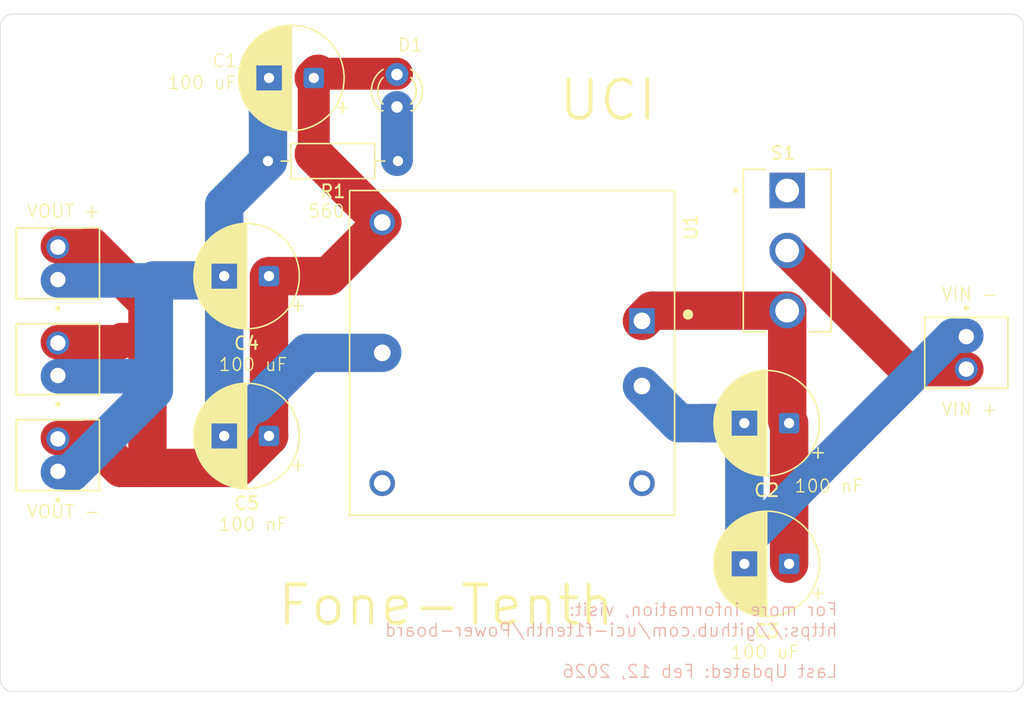
<source format=kicad_pcb>
(kicad_pcb (version 20241229) (generator "pcbnew") (generator_version "9.0")
  (layers (0 "F.Cu" signal) (2 "B.Cu" signal) (13 "F.Paste" user) (15 "B.Paste" user) (5 "F.SilkS" user "F.Silkscreen") (7 "B.SilkS" user "B.Silkscreen") (1 "F.Mask" user) (3 "B.Mask" user) (25 "Edge.Cuts" user))
  (net 0 "")
  (net 1 "Net-(D1-A)")
  (net 2 "Net-(U1-COMMON)")
  (net 3 "Net-(U1--VIN)")
  (net 4 "Net-(U1-+VIN)")
  (net 5 "Net-(D1-K)")
  (net 6 "Net-(J1-Pad2)")
  (footprint "Library3:TE_282834-2" (layer "F.Cu") (at 180.5 99.5 -90)
    (property "Reference" "J1" (hide yes))
    (property "Value" "282834-2")
    (pad "1" thru_hole rect (at -1.27 0 270) (size 1.8 1.8) (drill 1.2) (layers "*.Cu" "*.Mask") (net 3 "Net-(U1--VIN)"))
    (pad "2" thru_hole circle (at 1.27 0 270) (size 1.8 1.8) (drill 1.2) (layers "*.Cu" "*.Mask") (net 6 "Net-(J1-Pad2)"))
  )
  (footprint "Library3:TE_282834-2" (layer "F.Cu") (at 109.5 92.5 90)
    (property "Reference" "J2" (hide yes))
    (property "Value" "282834-2")
    (pad "1" thru_hole rect (at -1.27 0 90) (size 1.8 1.8) (drill 1.2) (layers "*.Cu" "*.Mask") (net 2 "Net-(U1-COMMON)"))
    (pad "2" thru_hole circle (at 1.27 0 90) (size 1.8 1.8) (drill 1.2) (layers "*.Cu" "*.Mask") (net 1 "Net-(D1-A)"))
  )
  (footprint "Capacitor_THT:CP_Radial_D8.0mm_P3.50mm" (layer "F.Cu") (at 166.652651 105 180)
    (property "Reference" "C2" (at 1.75 -5.25 0) (layer "F.SilkS"))
    (property "Value" "100 nF")
    (pad "1" thru_hole roundrect (at 0 0 180) (size 1.6 1.6) (drill 0.8) (layers "*.Cu" "*.Mask") (roundrect_rratio 0.15625) (net 4 "Net-(U1-+VIN)"))
    (pad "2" thru_hole circle (at 3.5 0 180) (size 1.6 1.6) (drill 0.8) (layers "*.Cu" "*.Mask") (net 3 "Net-(U1--VIN)"))
  )
  (footprint "Library:CONV_PDQ30-Q24-D12-D" (layer "F.Cu") (at 145 99.5 -90)
    (property "Reference" "U1" (at -9.8501 -13.97062 90) (layer "F.SilkS") (effects (font (size 1.002551 1.002551))))
    (property "Value" "PDQ30-Q24-D12-D")
    (pad "1" thru_hole rect (at -2.5 -10.15 270) (size 2 2) (drill 1.3) (layers "*.Cu" "*.Mask") (net 4 "Net-(U1-+VIN)"))
    (pad "2" thru_hole circle (at 2.6 -10.15 270) (size 2 2) (drill 1.3) (layers "*.Cu" "*.Mask") (net 3 "Net-(U1--VIN)"))
    (pad "3" thru_hole circle (at -10.2 10.15 270) (size 2 2) (drill 1.3) (layers "*.Cu" "*.Mask") (net 1 "Net-(D1-A)"))
    (pad "4" thru_hole circle (at 0 10.15 270) (size 2 2) (drill 1.3) (layers "*.Cu" "*.Mask") (net 2 "Net-(U1-COMMON)"))
    (pad "5" thru_hole circle (at 10.2 10.15 270) (size 2 2) (drill 1.3) (layers "*.Cu" "*.Mask"))
    (pad "6" thru_hole circle (at 10.2 -10.15 270) (size 2 2) (drill 1.3) (layers "*.Cu" "*.Mask"))
  )
  (footprint "Capacitor_THT:CP_Radial_D8.0mm_P3.50mm" (layer "F.Cu") (at 129.5 78 180)
    (property "Reference" "C1" (hide yes))
    (property "Value" "100 uF")
    (pad "1" thru_hole roundrect (at 0 0 180) (size 1.6 1.6) (drill 0.8) (layers "*.Cu" "*.Mask") (roundrect_rratio 0.15625) (net 1 "Net-(D1-A)"))
    (pad "2" thru_hole circle (at 3.5 0 180) (size 1.6 1.6) (drill 0.8) (layers "*.Cu" "*.Mask") (net 2 "Net-(U1-COMMON)"))
  )
  (footprint "MountingHole:MountingHole_5.5mm" (layer "F.Cu") (at 111.5 119.5)
    (property "Reference" "H4" (hide yes))
    (property "Value" "MountingHole")
    (pad "" np_thru_hole circle (at 0 0) (size 5.5 5.5) (drill 5.5) (layers "*.Cu" "*.Mask"))
  )
  (footprint "Library3:TE_282834-2" (layer "F.Cu") (at 109.5 100 90)
    (property "Reference" "J3" (hide yes))
    (property "Value" "282834-2")
    (pad "1" thru_hole rect (at -1.27 0 90) (size 1.8 1.8) (drill 1.2) (layers "*.Cu" "*.Mask") (net 2 "Net-(U1-COMMON)"))
    (pad "2" thru_hole circle (at 1.27 0 90) (size 1.8 1.8) (drill 1.2) (layers "*.Cu" "*.Mask") (net 1 "Net-(D1-A)"))
  )
  (footprint "MountingHole:MountingHole_5.5mm" (layer "F.Cu") (at 178.5 119.5)
    (property "Reference" "H1" (hide yes))
    (property "Value" "MountingHole")
    (pad "" np_thru_hole circle (at 0 0) (size 5.5 5.5) (drill 5.5) (layers "*.Cu" "*.Mask"))
  )
  (footprint "MountingHole:MountingHole_5.5mm" (layer "F.Cu") (at 111.5 79.5)
    (property "Reference" "H3" (hide yes))
    (property "Value" "MountingHole")
    (pad "" np_thru_hole circle (at 0 0) (size 5.5 5.5) (drill 5.5) (layers "*.Cu" "*.Mask"))
  )
  (footprint "Capacitor_THT:CP_Radial_D8.0mm_P3.50mm" (layer "F.Cu") (at 126 93.5 180)
    (property "Reference" "C4" (at 1.75 -5.25 0) (layer "F.SilkS"))
    (property "Value" "100 uF")
    (pad "1" thru_hole roundrect (at 0 0 180) (size 1.6 1.6) (drill 0.8) (layers "*.Cu" "*.Mask") (roundrect_rratio 0.15625) (net 1 "Net-(D1-A)"))
    (pad "2" thru_hole circle (at 3.5 0 180) (size 1.6 1.6) (drill 0.8) (layers "*.Cu" "*.Mask") (net 2 "Net-(U1-COMMON)"))
  )
  (footprint "LED_THT:LED_D3.0mm" (layer "F.Cu") (at 136 80.27 90)
    (property "Reference" "D1" (hide yes))
    (property "Value" "LED")
    (pad "1" thru_hole rect (at 0 0 90) (size 1.8 1.8) (drill 0.9) (layers "*.Cu" "*.Mask") (net 5 "Net-(D1-K)"))
    (pad "2" thru_hole circle (at 2.54 0 90) (size 1.8 1.8) (drill 0.9) (layers "*.Cu" "*.Mask") (net 1 "Net-(D1-A)"))
  )
  (footprint "MountingHole:MountingHole_5.5mm" (layer "F.Cu") (at 178.5 79.5)
    (property "Reference" "H2" (hide yes))
    (property "Value" "MountingHole")
    (pad "" np_thru_hole circle (at 0 0) (size 5.5 5.5) (drill 5.5) (layers "*.Cu" "*.Mask"))
  )
  (footprint "Resistor_THT:R_Axial_DIN0207_L6.3mm_D2.5mm_P10.16mm_Horizontal" (layer "F.Cu") (at 136.08 84.5 180)
    (property "Reference" "R1" (at 5.08 -2.37 0) (layer "F.SilkS"))
    (property "Value" "560")
    (pad "1" thru_hole circle (at 0 0 180) (size 1.6 1.6) (drill 0.8) (layers "*.Cu" "*.Mask") (net 5 "Net-(D1-K)"))
    (pad "2" thru_hole circle (at 10.16 0 180) (size 1.6 1.6) (drill 0.8) (layers "*.Cu" "*.Mask") (net 2 "Net-(U1-COMMON)"))
  )
  (footprint "Capacitor_THT:CP_Radial_D8.0mm_P3.50mm" (layer "F.Cu") (at 126 106 180)
    (property "Reference" "C5" (at 1.75 -5.25 0) (layer "F.SilkS"))
    (property "Value" "100 nF")
    (pad "1" thru_hole roundrect (at 0 0 180) (size 1.6 1.6) (drill 0.8) (layers "*.Cu" "*.Mask") (roundrect_rratio 0.15625) (net 1 "Net-(D1-A)"))
    (pad "2" thru_hole circle (at 3.5 0 180) (size 1.6 1.6) (drill 0.8) (layers "*.Cu" "*.Mask") (net 2 "Net-(U1-COMMON)"))
  )
  (footprint "Library2:SW_100SP1T1B4M2QE" (layer "F.Cu") (at 166.5 91.5)
    (property "Reference" "S1" (at -0.325 -7.635 0) (layer "F.SilkS"))
    (property "Value" "100SP1T1B4M2QE")
    (pad "1" thru_hole rect (at 0 -4.7) (size 2.775 2.775) (drill 1.85) (layers "*.Cu" "*.Mask"))
    (pad "2" thru_hole circle (at 0 0) (size 2.775 2.775) (drill 1.85) (layers "*.Cu" "*.Mask") (net 6 "Net-(J1-Pad2)"))
    (pad "3" thru_hole circle (at 0 4.7) (size 2.775 2.775) (drill 1.85) (layers "*.Cu" "*.Mask") (net 4 "Net-(U1-+VIN)"))
  )
  (footprint "Library3:TE_282834-2" (layer "F.Cu") (at 109.5 107.5 90)
    (property "Reference" "J4" (hide yes))
    (property "Value" "282834-2")
    (pad "1" thru_hole rect (at -1.27 0 90) (size 1.8 1.8) (drill 1.2) (layers "*.Cu" "*.Mask") (net 2 "Net-(U1-COMMON)"))
    (pad "2" thru_hole circle (at 1.27 0 90) (size 1.8 1.8) (drill 1.2) (layers "*.Cu" "*.Mask") (net 1 "Net-(D1-A)"))
  )
  (footprint "Capacitor_THT:CP_Radial_D8.0mm_P3.50mm" (layer "F.Cu") (at 166.652651 116 180)
    (property "Reference" "C3" (at 1.75 -5.25 0) (layer "F.SilkS"))
    (property "Value" "100 uF")
    (pad "1" thru_hole roundrect (at 0 0 180) (size 1.6 1.6) (drill 0.8) (layers "*.Cu" "*.Mask") (roundrect_rratio 0.15625) (net 4 "Net-(U1-+VIN)"))
    (pad "2" thru_hole circle (at 3.5 0 180) (size 1.6 1.6) (drill 0.8) (layers "*.Cu" "*.Mask") (net 3 "Net-(U1--VIN)"))
  )
  (gr_line (start 185 74) (end 185 125) (stroke (width 0.05)) (layer "Edge.Cuts"))
  (gr_arc (start 105 74) (mid 105.292893 73.292893) (end 106 73) (stroke (width 0.05)) (layer "Edge.Cuts"))
  (gr_line (start 105 125) (end 105 74) (stroke (width 0.05)) (layer "Edge.Cuts"))
  (gr_arc (start 185 125) (mid 184.707107 125.707107) (end 184 126) (stroke (width 0.05)) (layer "Edge.Cuts"))
  (gr_arc (start 106 126) (mid 105.292893 125.707107) (end 105 125) (stroke (width 0.05)) (layer "Edge.Cuts"))
  (gr_line (start 184 126) (end 106 126) (stroke (width 0.05)) (layer "Edge.Cuts"))
  (gr_line (start 106 73) (end 184 73) (stroke (width 0.05)) (layer "Edge.Cuts"))
  (gr_arc (start 184 73) (mid 184.707107 73.292893) (end 185 74) (stroke (width 0.05)) (layer "Edge.Cuts"))
  (gr_text "560" (at 129 89 0) (layer "F.SilkS") (effects (font (size 1 1) (thickness 0.1)) (justify left bottom)))
  (gr_text "D1" (at 136 76 0) (layer "F.SilkS") (effects (font (size 1 1) (thickness 0.1)) (justify left bottom)))
  (gr_text "VIN +" (at 178.5 104.5 0) (layer "F.SilkS") (effects (font (size 1 1) (thickness 0.1)) (justify left bottom)))
  (gr_text "C1" (at 121.5 77.232 0) (layer "F.SilkS") (effects (font (size 1 1) (thickness 0.1)) (justify left bottom)))
  (gr_text "100 nF" (at 122 113.5 0) (layer "F.SilkS") (effects (font (size 1 1) (thickness 0.1)) (justify left bottom)))
  (gr_text "VIN -" (at 178.5 95.5 0) (layer "F.SilkS") (effects (font (size 1 1) (thickness 0.1)) (justify left bottom)))
  (gr_text "100 nF" (at 167 110.5 0) (layer "F.SilkS") (effects (font (size 1 1) (thickness 0.1)) (justify left bottom)))
  (gr_text "VOUT +" (at 107 89 0) (layer "F.SilkS") (effects (font (size 1 1) (thickness 0.1)) (justify left bottom)))
  (gr_text "100 uF" (at 122 101 0) (layer "F.SilkS") (effects (font (size 1 1) (thickness 0.1)) (justify left bottom)))
  (gr_text "UCI " (at 148.5 81.5 0) (layer "F.SilkS") (effects (font (size 3 3) (thickness 0.3)) (justify left bottom)))
  (gr_text "Fone-Tenth" (at 126.5 121 0) (layer "F.SilkS") (effects (font (size 3 3) (thickness 0.3)) (justify left bottom)))
  (gr_text "VOUT -" (at 107 112.5 0) (layer "F.SilkS") (effects (font (size 1 1) (thickness 0.1)) (justify left bottom)))
  (gr_text "100 uF" (at 162 123.5 0) (layer "F.SilkS") (effects (font (size 1 1) (thickness 0.1)) (justify left bottom)))
  (gr_text "100 uF" (at 118 78.947 0) (layer "F.SilkS") (effects (font (size 1 1) (thickness 0.1)) (justify left bottom)))
  (gr_text "For more information, visit:\nhttps://github.com/uci-f1tenth/Power-board\n\nLast Updated: Feb 12, 2026" (at 170.5 125 0) (layer "B.SilkS") (effects (font (size 1 1) (thickness 0.1)) (justify left bottom mirror)))
  (segment (start 134.85 89.3) (end 129.5 83.95) (width 3) (layer "F.Cu") (net 1))
  (segment (start 116.5 108.501) (end 116.5 98.5) (width 3) (layer "F.Cu") (net 1))
  (segment (start 114.5 98.5) (end 114.331 98.669) (width 2.7) (layer "F.Cu") (net 1))
  (segment (start 126 93.5) (end 126 106) (width 3) (layer "F.Cu") (net 1))
  (segment (start 129.5 83.95) (end 129.5 78) (width 2.5) (layer "F.Cu") (net 1))
  (segment (start 126 106) (end 126 106.036949) (width 3) (layer "F.Cu") (net 1))
  (segment (start 116.5 95.568) (end 112.101 91.169) (width 3) (layer "F.Cu") (net 1))
  (segment (start 123.535949 108.501) (end 116.5 108.501) (width 3) (layer "F.Cu") (net 1))
  (segment (start 129.5 78) (end 129.831 77.669) (width 3) (layer "F.Cu") (net 1))
  (segment (start 129.831 77.669) (end 136 77.669) (width 2.5) (layer "F.Cu") (net 1))
  (segment (start 134.85 89.3) (end 130.65 93.5) (width 3) (layer "F.Cu") (net 1))
  (segment (start 112.101 106.169) (end 109.5 106.169) (width 2.7) (layer "F.Cu") (net 1))
  (segment (start 116.5 98.5) (end 116.5 95.568) (width 3) (layer "F.Cu") (net 1))
  (segment (start 112.101 91.169) (end 109.5 91.169) (width 2.7) (layer "F.Cu") (net 1))
  (segment (start 130.65 93.5) (end 126 93.5) (width 3) (layer "F.Cu") (net 1))
  (segment (start 114.331 98.669) (end 109.5 98.669) (width 2.7) (layer "F.Cu") (net 1))
  (segment (start 126 106.036949) (end 123.535949 108.501) (width 3) (layer "F.Cu") (net 1))
  (segment (start 114.433 108.501) (end 112.101 106.169) (width 3) (layer "F.Cu") (net 1))
  (segment (start 116.5 98.5) (end 114.5 98.5) (width 2.7) (layer "F.Cu") (net 1))
  (segment (start 116.5 108.501) (end 114.433 108.501) (width 3) (layer "F.Cu") (net 1))
  (segment (start 117 93.831) (end 109.5 93.831) (width 2.7) (layer "B.Cu") (net 2))
  (segment (start 125.001 103.499) (end 129 99.5) (width 3) (layer "B.Cu") (net 2))
  (segment (start 122.5 93.5) (end 122.5 106) (width 3) (layer "B.Cu") (net 2))
  (segment (start 123.499 104.634942) (end 124.634942 103.499) (width 3) (layer "B.Cu") (net 2))
  (segment (start 116.669 101.331) (end 109.5 101.331) (width 2.7) (layer "B.Cu") (net 2))
  (segment (start 122.5 106) (end 123.499 105.001) (width 3) (layer "B.Cu") (net 2))
  (segment (start 117 101) (end 117 102.40837) (width 3) (layer "B.Cu") (net 2))
  (segment (start 125.92 84.5) (end 125.92 78.08) (width 3) (layer "B.Cu") (net 2))
  (segment (start 122.169 93.831) (end 117 93.831) (width 3) (layer "B.Cu") (net 2))
  (segment (start 123.499 105.001) (end 123.499 104.634942) (width 3) (layer "B.Cu") (net 2))
  (segment (start 122.5 87.92) (end 122.5 93.5) (width 3) (layer "B.Cu") (net 2))
  (segment (start 117 102.40837) (end 110.57737 108.831) (width 3) (layer "B.Cu") (net 2))
  (segment (start 125.92 78.08) (end 126 78) (width 0.2) (layer "B.Cu") (net 2))
  (segment (start 129 99.5) (end 134.85 99.5) (width 3) (layer "B.Cu") (net 2))
  (segment (start 110.57737 108.831) (end 109.5 108.831) (width 2.7) (layer "B.Cu") (net 2))
  (segment (start 124.634942 103.499) (end 125.001 103.499) (width 3) (layer "B.Cu") (net 2))
  (segment (start 117 93.831) (end 117 101) (width 3) (layer "B.Cu") (net 2))
  (segment (start 122.5 93.5) (end 122.169 93.831) (width 3) (layer "B.Cu") (net 2))
  (segment (start 125.92 84.5) (end 122.5 87.92) (width 3) (layer "B.Cu") (net 2))
  (segment (start 117 101) (end 116.669 101.331) (width 3) (layer "B.Cu") (net 2))
  (segment (start 179.42263 98.169) (end 180.5 98.169) (width 2.7) (layer "B.Cu") (net 3))
  (segment (start 163.152651 116) (end 163.152651 114.438979) (width 3) (layer "B.Cu") (net 3))
  (segment (start 163.152651 105) (end 163.152651 116) (width 3) (layer "B.Cu") (net 3))
  (segment (start 163.152651 105) (end 159.85 105) (width 3) (layer "B.Cu") (net 3))
  (segment (start 158.05 105) (end 155.15 102.1) (width 3) (layer "B.Cu") (net 3))
  (segment (start 163.152651 105) (end 158.05 105) (width 3) (layer "B.Cu") (net 3))
  (segment (start 163.152651 114.438979) (end 179.42263 98.169) (width 2.7) (layer "B.Cu") (net 3))
  (segment (start 166.5 97.152651) (end 166.652651 97) (width 0.2) (layer "F.Cu") (net 4))
  (segment (start 166.652651 96.652651) (end 166.5 96.5) (width 0.2) (layer "F.Cu") (net 4))
  (segment (start 166.652651 97) (end 166.652651 96.652651) (width 0.2) (layer "F.Cu") (net 4))
  (segment (start 166.652651 105) (end 166.652651 116) (width 3) (layer "F.Cu") (net 4))
  (segment (start 166.5 96.2) (end 155.95 96.2) (width 3) (layer "F.Cu") (net 4))
  (segment (start 167.101 115.551651) (end 166.652651 116) (width 0.2) (layer "F.Cu") (net 4))
  (segment (start 155.95 96.2) (end 155.15 97) (width 3) (layer "F.Cu") (net 4))
  (segment (start 166.5 96.2) (end 166.5 104.847349) (width 3) (layer "F.Cu") (net 4))
  (segment (start 166.5 104.847349) (end 166.652651 105) (width 0.2) (layer "F.Cu") (net 4))
  (segment (start 166.652651 105) (end 167.101 105.448349) (width 0.2) (layer "F.Cu") (net 4))
  (segment (start 136 84.42) (end 136.08 84.5) (width 0.2) (layer "B.Cu") (net 5))
  (segment (start 136 80.27) (end 136 84.42) (width 2.5) (layer "B.Cu") (net 5))
  (segment (start 175.77 100.77) (end 166.5 91.5) (width 2.7) (layer "F.Cu") (net 6))
  (segment (start 180.5 100.77) (end 175.77 100.77) (width 2.7) (layer "F.Cu") (net 6))
)
</source>
